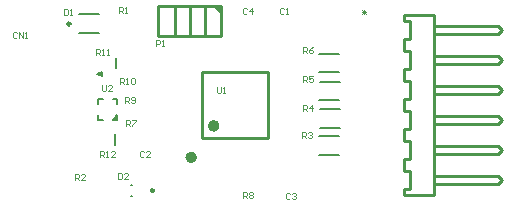
<source format=gbr>
G04*
G04 #@! TF.GenerationSoftware,Altium Limited,Altium Designer,23.1.1 (15)*
G04*
G04 Layer_Color=65535*
%FSLAX25Y25*%
%MOIN*%
G70*
G04*
G04 #@! TF.SameCoordinates,1495F0C7-D67D-4403-963C-54D1E027F531*
G04*
G04*
G04 #@! TF.FilePolarity,Positive*
G04*
G01*
G75*
%ADD10C,0.00984*%
%ADD11C,0.01968*%
%ADD12C,0.02000*%
%ADD13C,0.01000*%
%ADD14C,0.00787*%
%ADD15C,0.00591*%
%ADD16C,0.00400*%
G36*
X412870Y323957D02*
Y325532D01*
X411295Y323957D01*
X412870D01*
D02*
G37*
G36*
X407815Y340122D02*
Y338547D01*
X406240Y339335D01*
X407815Y340122D01*
D02*
G37*
D10*
X425079Y300500D02*
G03*
X425079Y300500I-492J0D01*
G01*
X397251Y356000D02*
G03*
X397251Y356000I-492J0D01*
G01*
D11*
X445984Y322000D02*
G03*
X445984Y322000I-984J0D01*
G01*
D12*
X438484Y311500D02*
G03*
X438484Y311500I-984J0D01*
G01*
D13*
X539622Y312622D02*
X541000Y314000D01*
X539083Y312622D02*
X539622D01*
Y315378D02*
X541000Y314000D01*
X539083Y315378D02*
X539622D01*
X508500Y309000D02*
Y311000D01*
X510500D01*
Y312000D01*
Y317000D01*
X508500D02*
X510500D01*
X508500D02*
Y319000D01*
X518500Y309000D02*
Y319000D01*
Y315378D02*
X539083D01*
X518500Y312622D02*
X539083D01*
X539622Y332622D02*
X541000Y334000D01*
X539083Y332622D02*
X539622D01*
Y335378D02*
X541000Y334000D01*
X539083Y335378D02*
X539622D01*
X508500Y329000D02*
Y331000D01*
X510500D01*
Y332000D01*
Y337000D01*
X508500D02*
X510500D01*
X508500D02*
Y339000D01*
X518500Y329000D02*
Y339000D01*
Y335378D02*
X539083D01*
X518500Y332622D02*
X539083D01*
X518500Y342622D02*
X539083D01*
X518500Y345378D02*
X539083D01*
X518500Y339000D02*
Y349000D01*
X508500Y347000D02*
Y349000D01*
Y347000D02*
X510500D01*
Y342000D02*
Y347000D01*
Y341000D02*
Y342000D01*
X508500Y341000D02*
X510500D01*
X508500Y339000D02*
Y341000D01*
X539083Y345378D02*
X539622D01*
X541000Y344000D01*
X539083Y342622D02*
X539622D01*
X541000Y344000D01*
X539622Y352622D02*
X541000Y354000D01*
X539083Y352622D02*
X539622D01*
Y355378D02*
X541000Y354000D01*
X539083Y355378D02*
X539622D01*
X508500Y349000D02*
Y351000D01*
X510500D01*
Y352000D01*
Y357000D01*
X508500D02*
X510500D01*
X508500D02*
Y359000D01*
X518500Y349000D02*
Y359000D01*
X508500D02*
X518500D01*
Y355378D02*
X539083D01*
X518500Y352622D02*
X539083D01*
X518500Y322622D02*
X539083D01*
X518500Y325378D02*
X539083D01*
X518500Y319000D02*
Y329000D01*
X508500Y327000D02*
Y329000D01*
Y327000D02*
X510500D01*
Y322000D02*
Y327000D01*
Y321000D02*
Y322000D01*
X508500Y321000D02*
X510500D01*
X508500Y319000D02*
Y321000D01*
X539083Y325378D02*
X539622D01*
X541000Y324000D01*
X539083Y322622D02*
X539622D01*
X541000Y324000D01*
X518500Y302622D02*
X539083D01*
X518500Y305378D02*
X539083D01*
X518500Y299000D02*
Y309000D01*
X508500Y299000D02*
X518500D01*
X508500Y307000D02*
Y309000D01*
Y307000D02*
X510500D01*
Y302000D02*
Y307000D01*
Y301000D02*
Y302000D01*
X508500Y301000D02*
X510500D01*
X508500Y299000D02*
Y301000D01*
X539083Y305378D02*
X539622D01*
X541000Y304000D01*
X539083Y302622D02*
X539622D01*
X541000Y304000D01*
X432000Y352000D02*
Y361724D01*
X437000Y352276D02*
Y362000D01*
X442000Y352000D02*
Y362000D01*
X447500Y352000D02*
Y362000D01*
X426500D02*
X447500D01*
X426500Y352000D02*
Y362000D01*
Y352000D02*
X447500D01*
X445500Y362000D02*
X447500Y360000D01*
X441000Y318000D02*
X463000D01*
X441000D02*
Y340000D01*
X463000D01*
Y318000D02*
Y340000D01*
D14*
X417303Y298728D02*
X417697D01*
X417303Y302272D02*
X417697D01*
X412000Y315728D02*
Y319272D01*
X412350Y341228D02*
Y344772D01*
X400200Y359150D02*
X406900D01*
X400200Y352850D02*
X406900D01*
X480240Y318508D02*
X486933D01*
X480154Y312449D02*
X486846D01*
X480394Y327508D02*
X487087D01*
X480307Y321449D02*
X487000D01*
X480221Y330492D02*
X486913D01*
X480307Y336551D02*
X487000D01*
X480067Y339992D02*
X486760D01*
X480154Y346051D02*
X486846D01*
D15*
X412870Y323957D02*
Y325532D01*
X411295Y323957D02*
X412870D01*
X411295Y331043D02*
X412870D01*
Y329468D02*
Y331043D01*
X406571D02*
X408146D01*
X406571Y329468D02*
Y331043D01*
Y323957D02*
X408146D01*
X406571D02*
Y325532D01*
X411295Y323957D02*
X412870Y325532D01*
X406240Y339335D02*
X407815Y340122D01*
X406240Y339335D02*
X407815Y338547D01*
Y340122D01*
D16*
X379400Y353066D02*
X379067Y353400D01*
X378401D01*
X378067Y353066D01*
Y351734D01*
X378401Y351400D01*
X379067D01*
X379400Y351734D01*
X380067Y351400D02*
Y353400D01*
X381400Y351400D01*
Y353400D01*
X382066Y351400D02*
X382733D01*
X382399D01*
Y353400D01*
X382066Y353066D01*
X407734Y335600D02*
Y333934D01*
X408067Y333600D01*
X408734D01*
X409067Y333934D01*
Y335600D01*
X411066Y333600D02*
X409733D01*
X411066Y334933D01*
Y335266D01*
X410733Y335600D01*
X410067D01*
X409733Y335266D01*
X407201Y311800D02*
Y313800D01*
X408201D01*
X408534Y313467D01*
Y312800D01*
X408201Y312467D01*
X407201D01*
X407867D02*
X408534Y311800D01*
X409200D02*
X409867D01*
X409533D01*
Y313800D01*
X409200Y313467D01*
X412199Y311800D02*
X410866D01*
X412199Y313133D01*
Y313467D01*
X411866Y313800D01*
X411200D01*
X410866Y313467D01*
X405734Y345800D02*
Y347800D01*
X406734D01*
X407067Y347466D01*
Y346800D01*
X406734Y346467D01*
X405734D01*
X406400D02*
X407067Y345800D01*
X407733D02*
X408400D01*
X408067D01*
Y347800D01*
X407733Y347466D01*
X409400Y345800D02*
X410066D01*
X409733D01*
Y347800D01*
X409400Y347466D01*
X413801Y336100D02*
Y338100D01*
X414801D01*
X415134Y337767D01*
Y337100D01*
X414801Y336767D01*
X413801D01*
X414467D02*
X415134Y336100D01*
X415800D02*
X416467D01*
X416133D01*
Y338100D01*
X415800Y337767D01*
X417466D02*
X417800Y338100D01*
X418466D01*
X418799Y337767D01*
Y336434D01*
X418466Y336100D01*
X417800D01*
X417466Y336434D01*
Y337767D01*
X415334Y329700D02*
Y331700D01*
X416334D01*
X416667Y331366D01*
Y330700D01*
X416334Y330367D01*
X415334D01*
X416000D02*
X416667Y329700D01*
X417333Y330034D02*
X417666Y329700D01*
X418333D01*
X418666Y330034D01*
Y331366D01*
X418333Y331700D01*
X417666D01*
X417333Y331366D01*
Y331033D01*
X417666Y330700D01*
X418666D01*
X474734Y346300D02*
Y348300D01*
X475734D01*
X476067Y347967D01*
Y347300D01*
X475734Y346967D01*
X474734D01*
X475400D02*
X476067Y346300D01*
X478066Y348300D02*
X477400Y347967D01*
X476733Y347300D01*
Y346634D01*
X477067Y346300D01*
X477733D01*
X478066Y346634D01*
Y346967D01*
X477733Y347300D01*
X476733D01*
X474634Y336600D02*
Y338600D01*
X475634D01*
X475967Y338266D01*
Y337600D01*
X475634Y337267D01*
X474634D01*
X475300D02*
X475967Y336600D01*
X477966Y338600D02*
X476633D01*
Y337600D01*
X477300Y337933D01*
X477633D01*
X477966Y337600D01*
Y336934D01*
X477633Y336600D01*
X476966D01*
X476633Y336934D01*
X474734Y327100D02*
Y329100D01*
X475734D01*
X476067Y328766D01*
Y328100D01*
X475734Y327767D01*
X474734D01*
X475400D02*
X476067Y327100D01*
X477733D02*
Y329100D01*
X476733Y328100D01*
X478066D01*
X474534Y318100D02*
Y320100D01*
X475534D01*
X475867Y319766D01*
Y319100D01*
X475534Y318767D01*
X474534D01*
X475200D02*
X475867Y318100D01*
X476533Y319766D02*
X476866Y320100D01*
X477533D01*
X477866Y319766D01*
Y319433D01*
X477533Y319100D01*
X477200D01*
X477533D01*
X477866Y318767D01*
Y318434D01*
X477533Y318100D01*
X476866D01*
X476533Y318434D01*
X494534Y360566D02*
X495866Y359234D01*
X494534D02*
X495866Y360566D01*
X494534Y359900D02*
X495866D01*
X495200Y359234D02*
Y360566D01*
X468600Y360966D02*
X468267Y361300D01*
X467600D01*
X467267Y360966D01*
Y359634D01*
X467600Y359300D01*
X468267D01*
X468600Y359634D01*
X469266Y359300D02*
X469933D01*
X469600D01*
Y361300D01*
X469266Y360966D01*
X421867Y313367D02*
X421534Y313700D01*
X420867D01*
X420534Y313367D01*
Y312034D01*
X420867Y311700D01*
X421534D01*
X421867Y312034D01*
X423866Y311700D02*
X422533D01*
X423866Y313033D01*
Y313367D01*
X423533Y313700D01*
X422866D01*
X422533Y313367D01*
X470367Y299466D02*
X470034Y299800D01*
X469367D01*
X469034Y299466D01*
Y298134D01*
X469367Y297800D01*
X470034D01*
X470367Y298134D01*
X471033Y299466D02*
X471367Y299800D01*
X472033D01*
X472366Y299466D01*
Y299133D01*
X472033Y298800D01*
X471700D01*
X472033D01*
X472366Y298467D01*
Y298134D01*
X472033Y297800D01*
X471367D01*
X471033Y298134D01*
X456167Y361067D02*
X455834Y361400D01*
X455167D01*
X454834Y361067D01*
Y359734D01*
X455167Y359400D01*
X455834D01*
X456167Y359734D01*
X457833Y359400D02*
Y361400D01*
X456833Y360400D01*
X458166D01*
X446067Y334900D02*
Y333234D01*
X446400Y332900D01*
X447067D01*
X447400Y333234D01*
Y334900D01*
X448066Y332900D02*
X448733D01*
X448400D01*
Y334900D01*
X448066Y334566D01*
X395167Y361000D02*
Y359000D01*
X396167D01*
X396500Y359334D01*
Y360666D01*
X396167Y361000D01*
X395167D01*
X397166Y359000D02*
X397833D01*
X397500D01*
Y361000D01*
X397166Y360666D01*
X413134Y306200D02*
Y304200D01*
X414134D01*
X414467Y304534D01*
Y305867D01*
X414134Y306200D01*
X413134D01*
X416466Y304200D02*
X415133D01*
X416466Y305533D01*
Y305867D01*
X416133Y306200D01*
X415466D01*
X415133Y305867D01*
X425767Y348800D02*
Y350800D01*
X426767D01*
X427100Y350466D01*
Y349800D01*
X426767Y349467D01*
X425767D01*
X427766Y348800D02*
X428433D01*
X428100D01*
Y350800D01*
X427766Y350466D01*
X413467Y359700D02*
Y361700D01*
X414467D01*
X414800Y361367D01*
Y360700D01*
X414467Y360367D01*
X413467D01*
X414134D02*
X414800Y359700D01*
X415466D02*
X416133D01*
X415800D01*
Y361700D01*
X415466Y361367D01*
X398834Y303900D02*
Y305900D01*
X399834D01*
X400167Y305567D01*
Y304900D01*
X399834Y304567D01*
X398834D01*
X399500D02*
X400167Y303900D01*
X402166D02*
X400833D01*
X402166Y305233D01*
Y305567D01*
X401833Y305900D01*
X401166D01*
X400833Y305567D01*
X415634Y322100D02*
Y324100D01*
X416634D01*
X416967Y323766D01*
Y323100D01*
X416634Y322767D01*
X415634D01*
X416300D02*
X416967Y322100D01*
X417633Y324100D02*
X418966D01*
Y323766D01*
X417633Y322434D01*
Y322100D01*
X454834Y297900D02*
Y299900D01*
X455834D01*
X456167Y299567D01*
Y298900D01*
X455834Y298567D01*
X454834D01*
X455500D02*
X456167Y297900D01*
X456833Y299567D02*
X457166Y299900D01*
X457833D01*
X458166Y299567D01*
Y299233D01*
X457833Y298900D01*
X458166Y298567D01*
Y298234D01*
X457833Y297900D01*
X457166D01*
X456833Y298234D01*
Y298567D01*
X457166Y298900D01*
X456833Y299233D01*
Y299567D01*
X457166Y298900D02*
X457833D01*
M02*

</source>
